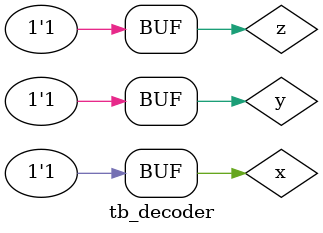
<source format=v>
`timescale 1ns/100ps

module tb_decoder();

wire d0,d1,d2,d3,d4,d5,d6,d7;
reg x,y,z;

DECODER dut(d0,d1,d2,d3,d4,d5,d6,d7,x,y,z);

initial begin
#0 x=1'b0;y=1'b0;z=1'b0;
#4 x=1'b1;y=1'b0;z=1'b0;
#4 x=1'b0;y=1'b1;z=1'b0;
#4 x=1'b1;y=1'b1;z=1'b0;
#4 x=1'b0;y=1'b0;z=1'b1;
#4 x=1'b1;y=1'b0;z=1'b1;
#4 x=1'b0;y=1'b1;z=1'b1;
#4 x=1'b1;y=1'b1;z=1'b1;
end

initial begin
$monitor($time," x=%b,y=%b,z=%b,d0=%b,d1=%b,d2=%b,d3=%b,d4=%b,d5=%b,d6=%b,d7=%b",x,y,z,d0,d1,d2,d3,d4,d5,d6,d7);
end

endmodule
</source>
